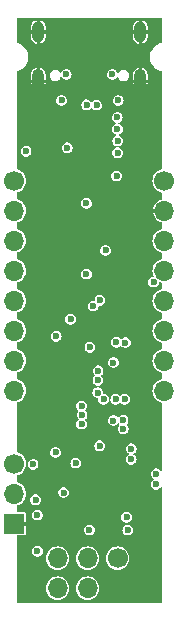
<source format=gbr>
%TF.GenerationSoftware,KiCad,Pcbnew,8.0.5-8.0.5-0~ubuntu24.04.1*%
%TF.CreationDate,2024-10-10T17:44:54+02:00*%
%TF.ProjectId,epi_ESP32_PD,6570695f-4553-4503-9332-5f50442e6b69,1_1*%
%TF.SameCoordinates,Original*%
%TF.FileFunction,Copper,L2,Inr*%
%TF.FilePolarity,Positive*%
%FSLAX46Y46*%
G04 Gerber Fmt 4.6, Leading zero omitted, Abs format (unit mm)*
G04 Created by KiCad (PCBNEW 8.0.5-8.0.5-0~ubuntu24.04.1) date 2024-10-10 17:44:54*
%MOMM*%
%LPD*%
G01*
G04 APERTURE LIST*
%TA.AperFunction,ComponentPad*%
%ADD10C,1.700000*%
%TD*%
%TA.AperFunction,ComponentPad*%
%ADD11O,1.700000X1.700000*%
%TD*%
%TA.AperFunction,ComponentPad*%
%ADD12R,1.700000X1.700000*%
%TD*%
%TA.AperFunction,ComponentPad*%
%ADD13O,1.000000X2.100000*%
%TD*%
%TA.AperFunction,ComponentPad*%
%ADD14O,1.000000X1.800000*%
%TD*%
%TA.AperFunction,ViaPad*%
%ADD15C,0.600000*%
%TD*%
G04 APERTURE END LIST*
D10*
%TO.N,+3.3V*%
%TO.C,J8*%
X97900000Y-71860000D03*
D11*
%TO.N,IO0*%
X97900000Y-74400000D03*
D12*
%TO.N,GND*%
X97900000Y-76940000D03*
%TD*%
D10*
%TO.N,+3.3V*%
%TO.C,J3*%
X110600000Y-47910000D03*
D11*
%TO.N,GND*%
X110600000Y-50450000D03*
%TO.N,+5V*%
X110600000Y-52990000D03*
%TO.N,EN*%
X110600000Y-55530000D03*
%TO.N,BOOT*%
X110600000Y-58070000D03*
%TO.N,IO8*%
X110600000Y-60610000D03*
%TO.N,IO7*%
X110600000Y-63150000D03*
%TO.N,IO6*%
X110600000Y-65690000D03*
%TD*%
D10*
%TO.N,VOUT*%
%TO.C,J7*%
X106640000Y-79860000D03*
D12*
%TO.N,GND*%
X106640000Y-82400000D03*
D11*
%TO.N,B*%
X104100000Y-79860000D03*
%TO.N,IO2_5V*%
X104100000Y-82400000D03*
%TO.N,W*%
X101560000Y-79860000D03*
%TO.N,IO3_5V*%
X101560000Y-82400000D03*
%TD*%
D10*
%TO.N,U0TXD*%
%TO.C,J1*%
X97900000Y-47910000D03*
D11*
%TO.N,U0RXD*%
X97900000Y-50450000D03*
%TO.N,IO0*%
X97900000Y-52990000D03*
%TO.N,IO1*%
X97900000Y-55530000D03*
%TO.N,IO2*%
X97900000Y-58070000D03*
%TO.N,IO3*%
X97900000Y-60610000D03*
%TO.N,IO4*%
X97900000Y-63150000D03*
%TO.N,IO5*%
X97900000Y-65690000D03*
%TD*%
D13*
%TO.N,GND*%
%TO.C,J2*%
X108570000Y-39490000D03*
D14*
X108570000Y-35290000D03*
D13*
X99930000Y-39490000D03*
D14*
X99930000Y-35290000D03*
%TD*%
D15*
%TO.N,+5V*%
X99485839Y-71914161D03*
X104000923Y-49800000D03*
%TO.N,GND*%
X106500000Y-65600000D03*
X100282280Y-64389187D03*
X106600000Y-48500000D03*
X103550000Y-76200000D03*
X102650937Y-63829741D03*
X101316848Y-62744207D03*
X102400000Y-69700000D03*
X102200000Y-62500000D03*
X100627768Y-63433287D03*
X105550923Y-44100000D03*
X106500000Y-64100000D03*
X106500000Y-59300000D03*
X99600000Y-69700000D03*
X106500000Y-64837500D03*
X106300000Y-71000000D03*
X101500000Y-54500000D03*
X104500000Y-72300000D03*
X100279886Y-65179886D03*
X105800000Y-48100000D03*
X100500000Y-54500000D03*
X101650000Y-76200000D03*
X101422885Y-65200000D03*
X102600000Y-76200000D03*
X101900000Y-64300000D03*
%TO.N,+3.3V*%
X104300000Y-62000000D03*
X99857536Y-79278365D03*
X107500000Y-77475000D03*
X103100000Y-71800000D03*
X99700000Y-74900000D03*
X109685840Y-56485840D03*
X105625000Y-53800000D03*
X107117246Y-68906905D03*
%TO.N,IO0*%
X104990839Y-63990839D03*
%TO.N,IO1*%
X104980383Y-64798262D03*
%TO.N,IO2*%
X104974663Y-65828262D03*
X101400000Y-70900000D03*
%TO.N,IO3*%
X103598043Y-66962534D03*
%TO.N,D+*%
X104029766Y-41469726D03*
X106630499Y-43529420D03*
X104581763Y-58507213D03*
%TO.N,D-*%
X104864794Y-41491581D03*
X106618954Y-42541847D03*
X105150922Y-58018785D03*
%TO.N,IO4*%
X103637172Y-67711515D03*
%TO.N,IO8*%
X107232601Y-66400000D03*
%TO.N,IO5*%
X103600000Y-68500000D03*
%TO.N,EN*%
X102667126Y-59632184D03*
X105452598Y-66406258D03*
%TO.N,BOOT*%
X106289882Y-63287499D03*
X101449721Y-61070001D03*
%TO.N,U0TXD*%
X106552903Y-61571365D03*
%TO.N,U0RXD*%
X107302347Y-61600297D03*
%TO.N,IO7*%
X99857536Y-76200511D03*
X106482598Y-66400000D03*
%TO.N,IO6*%
X104262771Y-77462771D03*
X106282978Y-68200000D03*
%TO.N,IO10*%
X105133029Y-70334500D03*
X107107114Y-68156336D03*
%TO.N,IO3_5V*%
X107400000Y-76400000D03*
%TO.N,IO2_5V*%
X102080000Y-74300000D03*
%TO.N,VOUT*%
X109900000Y-73600000D03*
X109900000Y-72700000D03*
%TO.N,Net-(JP1-B)*%
X106641583Y-45518323D03*
%TO.N,Net-(JP2-B)*%
X106654785Y-44506062D03*
%TO.N,Net-(JP3-A)*%
X102375000Y-45100000D03*
%TO.N,VIN*%
X106200000Y-38900000D03*
X102300000Y-38900000D03*
X106700000Y-41100000D03*
X101900000Y-41100000D03*
X104000000Y-55800000D03*
X107800000Y-71487500D03*
X107800000Y-70587500D03*
X98900000Y-45400000D03*
X106554676Y-47488645D03*
%TD*%
%TA.AperFunction,Conductor*%
%TO.N,GND*%
G36*
X101400000Y-42400000D02*
G01*
X98090941Y-42400000D01*
X98090641Y-39700000D01*
X101400000Y-39700000D01*
X101400000Y-42400000D01*
G37*
%TD.AperFunction*%
%TD*%
%TA.AperFunction,Conductor*%
%TO.N,GND*%
G36*
X110390087Y-41100000D02*
G01*
X110390374Y-42400000D01*
X107200000Y-42400000D01*
X107200000Y-39700000D01*
X110389779Y-39700000D01*
X110390087Y-41100000D01*
G37*
%TD.AperFunction*%
%TD*%
%TA.AperFunction,Conductor*%
%TO.N,GND*%
G36*
X107900000Y-83600000D02*
G01*
X105400000Y-83600000D01*
X105400000Y-81300000D01*
X107900000Y-81300000D01*
X107900000Y-83600000D01*
G37*
%TD.AperFunction*%
%TD*%
%TA.AperFunction,Conductor*%
%TO.N,GND*%
G36*
X101624867Y-74300000D02*
G01*
X101643302Y-74428225D01*
X101669686Y-74485996D01*
X101697118Y-74546063D01*
X101781951Y-74643967D01*
X101890931Y-74714004D01*
X102015225Y-74750499D01*
X102015227Y-74750500D01*
X102015228Y-74750500D01*
X102144773Y-74750500D01*
X102144773Y-74750499D01*
X102269069Y-74714004D01*
X102378049Y-74643967D01*
X102462882Y-74546063D01*
X102516697Y-74428226D01*
X102535133Y-74300000D01*
X102520755Y-74200000D01*
X105300000Y-74200000D01*
X105300000Y-76200000D01*
X100400000Y-76200000D01*
X100400000Y-74200000D01*
X101639244Y-74200000D01*
X101624867Y-74300000D01*
G37*
%TD.AperFunction*%
%TD*%
%TA.AperFunction,Conductor*%
%TO.N,GND*%
G36*
X110370755Y-34119245D02*
G01*
X110389500Y-34164500D01*
X110389500Y-36195705D01*
X110370755Y-36240960D01*
X110336615Y-36258732D01*
X110278093Y-36269052D01*
X110278088Y-36269053D01*
X110080702Y-36340896D01*
X109990035Y-36393243D01*
X109898777Y-36445931D01*
X109898776Y-36445932D01*
X109898769Y-36445936D01*
X109737861Y-36580954D01*
X109737854Y-36580961D01*
X109602836Y-36741869D01*
X109602832Y-36741875D01*
X109602831Y-36741877D01*
X109602815Y-36741905D01*
X109497796Y-36923802D01*
X109425954Y-37121186D01*
X109425953Y-37121190D01*
X109425952Y-37121194D01*
X109389475Y-37328068D01*
X109389475Y-37538132D01*
X109425952Y-37745006D01*
X109425953Y-37745010D01*
X109425954Y-37745013D01*
X109497796Y-37942397D01*
X109497799Y-37942402D01*
X109602831Y-38124323D01*
X109602834Y-38124326D01*
X109602836Y-38124330D01*
X109737854Y-38285238D01*
X109737861Y-38285245D01*
X109898769Y-38420263D01*
X109898771Y-38420264D01*
X109898777Y-38420269D01*
X110080698Y-38525301D01*
X110080699Y-38525301D01*
X110080702Y-38525303D01*
X110165135Y-38556034D01*
X110278094Y-38597148D01*
X110334822Y-38607150D01*
X110336664Y-38607475D01*
X110377976Y-38633794D01*
X110389551Y-38670489D01*
X110389778Y-39700000D01*
X109200000Y-39700000D01*
X109200000Y-39640000D01*
X108870000Y-39640000D01*
X108870000Y-39340000D01*
X109200000Y-39340000D01*
X109200000Y-38877947D01*
X109175790Y-38756240D01*
X109175789Y-38756238D01*
X109128298Y-38641582D01*
X109059353Y-38538399D01*
X108971600Y-38450646D01*
X108868417Y-38381701D01*
X108753760Y-38334209D01*
X108720000Y-38327493D01*
X108720000Y-38680191D01*
X108685796Y-38660444D01*
X108609496Y-38640000D01*
X108530504Y-38640000D01*
X108454204Y-38660444D01*
X108420000Y-38680191D01*
X108420000Y-38327494D01*
X108419999Y-38327493D01*
X108386239Y-38334209D01*
X108271582Y-38381701D01*
X108168399Y-38450646D01*
X108080646Y-38538399D01*
X108011701Y-38641582D01*
X107964210Y-38756238D01*
X107964209Y-38756240D01*
X107940000Y-38877947D01*
X107940000Y-39340000D01*
X108270000Y-39340000D01*
X108270000Y-39640000D01*
X107940000Y-39640000D01*
X107940000Y-39700000D01*
X107200000Y-39700000D01*
X107200000Y-42400000D01*
X110390373Y-42400000D01*
X110391360Y-46880289D01*
X110372625Y-46925548D01*
X110345939Y-46941547D01*
X110215269Y-46981187D01*
X110041466Y-47074087D01*
X110041461Y-47074090D01*
X109889117Y-47199116D01*
X109889116Y-47199117D01*
X109764090Y-47351461D01*
X109764087Y-47351466D01*
X109671187Y-47525269D01*
X109613975Y-47713867D01*
X109594659Y-47910000D01*
X109613975Y-48106132D01*
X109671187Y-48294730D01*
X109764087Y-48468533D01*
X109764090Y-48468538D01*
X109889117Y-48620883D01*
X110041462Y-48745910D01*
X110041466Y-48745912D01*
X110215270Y-48838813D01*
X110215272Y-48838813D01*
X110215273Y-48838814D01*
X110346392Y-48878588D01*
X110384257Y-48909662D01*
X110391814Y-48939818D01*
X110391924Y-49441541D01*
X110373189Y-49486800D01*
X110346503Y-49502799D01*
X110223152Y-49540218D01*
X110052911Y-49631214D01*
X110052906Y-49631217D01*
X109903682Y-49753681D01*
X109903681Y-49753682D01*
X109781217Y-49902906D01*
X109781214Y-49902911D01*
X109690217Y-50073155D01*
X109690214Y-50073160D01*
X109634181Y-50257881D01*
X109634179Y-50257889D01*
X109630031Y-50299999D01*
X109630032Y-50300000D01*
X110122555Y-50300000D01*
X110100000Y-50384174D01*
X110100000Y-50515826D01*
X110122555Y-50600000D01*
X109630032Y-50600000D01*
X109634179Y-50642110D01*
X109634181Y-50642118D01*
X109690214Y-50826839D01*
X109690217Y-50826844D01*
X109781214Y-50997088D01*
X109781217Y-50997093D01*
X109903681Y-51146317D01*
X109903682Y-51146318D01*
X110052906Y-51268782D01*
X110052910Y-51268785D01*
X110223160Y-51359784D01*
X110346946Y-51397334D01*
X110384811Y-51428408D01*
X110392368Y-51458564D01*
X110392479Y-51959951D01*
X110373744Y-52005210D01*
X110347058Y-52021209D01*
X110215269Y-52061187D01*
X110041466Y-52154087D01*
X110041461Y-52154090D01*
X109889117Y-52279116D01*
X109889116Y-52279117D01*
X109764090Y-52431461D01*
X109764087Y-52431466D01*
X109671187Y-52605269D01*
X109613975Y-52793867D01*
X109594659Y-52990000D01*
X109613975Y-53186132D01*
X109671187Y-53374730D01*
X109764087Y-53548533D01*
X109764090Y-53548538D01*
X109889117Y-53700883D01*
X110041462Y-53825910D01*
X110041466Y-53825912D01*
X110215270Y-53918813D01*
X110215272Y-53918813D01*
X110215273Y-53918814D01*
X110347511Y-53958928D01*
X110385376Y-53990003D01*
X110392933Y-54020158D01*
X110393039Y-54499780D01*
X110374304Y-54545039D01*
X110347618Y-54561038D01*
X110215269Y-54601187D01*
X110041466Y-54694087D01*
X110041461Y-54694090D01*
X109889117Y-54819116D01*
X109889116Y-54819117D01*
X109764090Y-54971461D01*
X109764087Y-54971466D01*
X109671187Y-55145269D01*
X109613975Y-55333867D01*
X109594659Y-55530000D01*
X109613975Y-55726132D01*
X109671187Y-55914730D01*
X109685320Y-55941171D01*
X109690121Y-55989919D01*
X109659046Y-56027783D01*
X109628877Y-56035340D01*
X109621068Y-56035340D01*
X109496771Y-56071836D01*
X109496769Y-56071836D01*
X109387791Y-56141872D01*
X109387789Y-56141874D01*
X109302958Y-56239776D01*
X109302956Y-56239779D01*
X109249143Y-56357611D01*
X109230707Y-56485840D01*
X109249143Y-56614068D01*
X109302956Y-56731900D01*
X109302958Y-56731903D01*
X109387791Y-56829807D01*
X109496771Y-56899844D01*
X109621068Y-56936340D01*
X109621069Y-56936340D01*
X109750611Y-56936340D01*
X109750612Y-56936340D01*
X109874909Y-56899844D01*
X109983889Y-56829807D01*
X110068722Y-56731903D01*
X110122537Y-56614066D01*
X110137195Y-56512116D01*
X110162189Y-56469991D01*
X110209651Y-56457877D01*
X110219121Y-56459982D01*
X110294134Y-56482736D01*
X110348072Y-56499097D01*
X110385936Y-56530171D01*
X110393493Y-56560327D01*
X110393598Y-57039610D01*
X110374863Y-57084869D01*
X110348177Y-57100868D01*
X110215269Y-57141187D01*
X110041466Y-57234087D01*
X110041461Y-57234090D01*
X109889117Y-57359116D01*
X109889116Y-57359117D01*
X109764090Y-57511461D01*
X109764087Y-57511466D01*
X109671187Y-57685269D01*
X109613975Y-57873867D01*
X109594659Y-58070000D01*
X109613975Y-58266132D01*
X109671187Y-58454730D01*
X109764087Y-58628533D01*
X109764090Y-58628538D01*
X109889117Y-58780883D01*
X110041462Y-58905910D01*
X110070099Y-58921217D01*
X110215272Y-58998814D01*
X110215277Y-58998816D01*
X110297239Y-59023678D01*
X110348631Y-59039267D01*
X110386496Y-59070341D01*
X110394053Y-59100497D01*
X110394158Y-59579441D01*
X110375423Y-59624700D01*
X110348737Y-59640699D01*
X110215269Y-59681187D01*
X110041466Y-59774087D01*
X110041461Y-59774090D01*
X109889117Y-59899116D01*
X109889116Y-59899117D01*
X109764090Y-60051461D01*
X109764087Y-60051466D01*
X109671187Y-60225269D01*
X109613975Y-60413867D01*
X109594659Y-60610000D01*
X109613975Y-60806132D01*
X109671187Y-60994730D01*
X109764087Y-61168533D01*
X109764090Y-61168538D01*
X109885159Y-61316061D01*
X109889117Y-61320883D01*
X110041462Y-61445910D01*
X110041466Y-61445912D01*
X110215270Y-61538813D01*
X110215272Y-61538813D01*
X110215273Y-61538814D01*
X110349190Y-61579437D01*
X110387055Y-61610512D01*
X110394612Y-61640667D01*
X110394718Y-62119272D01*
X110375983Y-62164531D01*
X110349297Y-62180529D01*
X110284939Y-62200052D01*
X110215269Y-62221187D01*
X110041466Y-62314087D01*
X110041461Y-62314090D01*
X109889117Y-62439116D01*
X109889116Y-62439117D01*
X109764090Y-62591461D01*
X109764087Y-62591466D01*
X109671187Y-62765269D01*
X109613975Y-62953867D01*
X109594659Y-63150000D01*
X109613975Y-63346132D01*
X109671187Y-63534730D01*
X109764087Y-63708533D01*
X109764090Y-63708538D01*
X109889117Y-63860883D01*
X110041462Y-63985910D01*
X110041466Y-63985912D01*
X110215270Y-64078813D01*
X110215272Y-64078813D01*
X110215273Y-64078814D01*
X110349750Y-64119607D01*
X110387615Y-64150682D01*
X110395172Y-64180837D01*
X110395277Y-64659101D01*
X110376542Y-64704360D01*
X110349856Y-64720359D01*
X110215269Y-64761187D01*
X110041466Y-64854087D01*
X110041461Y-64854090D01*
X109889117Y-64979116D01*
X109889116Y-64979117D01*
X109764090Y-65131461D01*
X109764087Y-65131466D01*
X109671187Y-65305269D01*
X109613975Y-65493867D01*
X109594659Y-65690000D01*
X109613975Y-65886132D01*
X109671187Y-66074730D01*
X109764087Y-66248533D01*
X109764090Y-66248538D01*
X109889116Y-66400882D01*
X109889117Y-66400883D01*
X110041461Y-66525909D01*
X110041465Y-66525912D01*
X110083781Y-66548530D01*
X110215273Y-66618814D01*
X110215275Y-66618814D01*
X110215278Y-66618816D01*
X110301967Y-66645112D01*
X110350309Y-66659776D01*
X110388175Y-66690850D01*
X110395732Y-66721006D01*
X110396986Y-72414016D01*
X110378251Y-72459275D01*
X110333000Y-72478030D01*
X110287741Y-72459295D01*
X110284618Y-72455941D01*
X110252204Y-72418533D01*
X110198049Y-72356033D01*
X110198048Y-72356032D01*
X110089069Y-72285996D01*
X109964772Y-72249500D01*
X109835228Y-72249500D01*
X109710931Y-72285996D01*
X109710929Y-72285996D01*
X109601951Y-72356032D01*
X109601949Y-72356034D01*
X109517118Y-72453936D01*
X109517116Y-72453939D01*
X109463303Y-72571771D01*
X109444867Y-72700000D01*
X109463303Y-72828228D01*
X109517116Y-72946060D01*
X109517118Y-72946063D01*
X109601949Y-73043965D01*
X109601951Y-73043967D01*
X109683165Y-73096160D01*
X109711101Y-73136396D01*
X109702404Y-73184601D01*
X109683165Y-73203840D01*
X109601951Y-73256032D01*
X109601949Y-73256034D01*
X109517118Y-73353936D01*
X109517116Y-73353939D01*
X109463303Y-73471771D01*
X109444867Y-73600000D01*
X109463303Y-73728228D01*
X109517116Y-73846060D01*
X109517118Y-73846063D01*
X109601951Y-73943967D01*
X109710931Y-74014004D01*
X109835228Y-74050500D01*
X109835229Y-74050500D01*
X109964771Y-74050500D01*
X109964772Y-74050500D01*
X110089069Y-74014004D01*
X110198049Y-73943967D01*
X110282882Y-73846063D01*
X110282882Y-73846062D01*
X110284943Y-73843684D01*
X110328745Y-73821758D01*
X110375222Y-73837227D01*
X110397148Y-73881029D01*
X110397311Y-73885581D01*
X110397941Y-76743965D01*
X110399377Y-83262805D01*
X110399442Y-83555486D01*
X110380707Y-83600745D01*
X110335456Y-83619500D01*
X98159506Y-83619500D01*
X98114251Y-83600755D01*
X98113938Y-83600000D01*
X105400000Y-83600000D01*
X107900000Y-83600000D01*
X107900000Y-81300000D01*
X105400000Y-81300000D01*
X105400000Y-83600000D01*
X98113938Y-83600000D01*
X98095506Y-83555507D01*
X98095378Y-82400000D01*
X100554659Y-82400000D01*
X100573975Y-82596132D01*
X100631187Y-82784730D01*
X100724087Y-82958533D01*
X100724090Y-82958538D01*
X100849117Y-83110883D01*
X101001462Y-83235910D01*
X101175273Y-83328814D01*
X101363868Y-83386024D01*
X101363866Y-83386024D01*
X101396142Y-83389202D01*
X101560000Y-83405341D01*
X101756132Y-83386024D01*
X101944727Y-83328814D01*
X102118538Y-83235910D01*
X102270883Y-83110883D01*
X102395910Y-82958538D01*
X102488814Y-82784727D01*
X102546024Y-82596132D01*
X102565341Y-82400000D01*
X103094659Y-82400000D01*
X103113975Y-82596132D01*
X103171187Y-82784730D01*
X103264087Y-82958533D01*
X103264090Y-82958538D01*
X103389117Y-83110883D01*
X103541462Y-83235910D01*
X103715273Y-83328814D01*
X103903868Y-83386024D01*
X103903866Y-83386024D01*
X103936142Y-83389202D01*
X104100000Y-83405341D01*
X104296132Y-83386024D01*
X104484727Y-83328814D01*
X104658538Y-83235910D01*
X104810883Y-83110883D01*
X104935910Y-82958538D01*
X105028814Y-82784727D01*
X105086024Y-82596132D01*
X105105341Y-82400000D01*
X105086024Y-82203868D01*
X105028814Y-82015273D01*
X105020597Y-81999901D01*
X104935912Y-81841466D01*
X104935909Y-81841461D01*
X104810883Y-81689117D01*
X104810882Y-81689116D01*
X104658538Y-81564090D01*
X104658533Y-81564087D01*
X104484730Y-81471187D01*
X104296131Y-81413975D01*
X104296133Y-81413975D01*
X104100000Y-81394659D01*
X103903867Y-81413975D01*
X103715269Y-81471187D01*
X103541466Y-81564087D01*
X103541461Y-81564090D01*
X103389117Y-81689116D01*
X103389116Y-81689117D01*
X103264090Y-81841461D01*
X103264087Y-81841466D01*
X103171187Y-82015269D01*
X103113975Y-82203867D01*
X103094659Y-82400000D01*
X102565341Y-82400000D01*
X102546024Y-82203868D01*
X102488814Y-82015273D01*
X102480597Y-81999901D01*
X102395912Y-81841466D01*
X102395909Y-81841461D01*
X102270883Y-81689117D01*
X102270882Y-81689116D01*
X102118538Y-81564090D01*
X102118533Y-81564087D01*
X101944730Y-81471187D01*
X101756131Y-81413975D01*
X101756133Y-81413975D01*
X101560000Y-81394659D01*
X101363867Y-81413975D01*
X101175269Y-81471187D01*
X101001466Y-81564087D01*
X101001461Y-81564090D01*
X100849117Y-81689116D01*
X100849116Y-81689117D01*
X100724090Y-81841461D01*
X100724087Y-81841466D01*
X100631187Y-82015269D01*
X100573975Y-82203867D01*
X100554659Y-82400000D01*
X98095378Y-82400000D01*
X98095278Y-81499274D01*
X98095096Y-79860000D01*
X100554659Y-79860000D01*
X100573975Y-80056132D01*
X100631187Y-80244730D01*
X100724087Y-80418533D01*
X100724090Y-80418538D01*
X100849117Y-80570883D01*
X101001462Y-80695910D01*
X101175273Y-80788814D01*
X101363868Y-80846024D01*
X101363866Y-80846024D01*
X101396142Y-80849202D01*
X101560000Y-80865341D01*
X101756132Y-80846024D01*
X101944727Y-80788814D01*
X102118538Y-80695910D01*
X102270883Y-80570883D01*
X102395910Y-80418538D01*
X102488814Y-80244727D01*
X102546024Y-80056132D01*
X102565341Y-79860000D01*
X103094659Y-79860000D01*
X103113975Y-80056132D01*
X103171187Y-80244730D01*
X103264087Y-80418533D01*
X103264090Y-80418538D01*
X103389117Y-80570883D01*
X103541462Y-80695910D01*
X103715273Y-80788814D01*
X103903868Y-80846024D01*
X103903866Y-80846024D01*
X103936142Y-80849202D01*
X104100000Y-80865341D01*
X104296132Y-80846024D01*
X104484727Y-80788814D01*
X104658538Y-80695910D01*
X104810883Y-80570883D01*
X104935910Y-80418538D01*
X105028814Y-80244727D01*
X105086024Y-80056132D01*
X105105341Y-79860000D01*
X105634659Y-79860000D01*
X105653975Y-80056132D01*
X105711187Y-80244730D01*
X105804087Y-80418533D01*
X105804090Y-80418538D01*
X105929117Y-80570883D01*
X106081462Y-80695910D01*
X106255273Y-80788814D01*
X106443868Y-80846024D01*
X106443866Y-80846024D01*
X106476142Y-80849202D01*
X106640000Y-80865341D01*
X106836132Y-80846024D01*
X107024727Y-80788814D01*
X107198538Y-80695910D01*
X107350883Y-80570883D01*
X107475910Y-80418538D01*
X107568814Y-80244727D01*
X107626024Y-80056132D01*
X107645341Y-79860000D01*
X107626024Y-79663868D01*
X107568814Y-79475273D01*
X107475910Y-79301462D01*
X107350883Y-79149117D01*
X107198538Y-79024090D01*
X107198533Y-79024087D01*
X107024730Y-78931187D01*
X106836131Y-78873975D01*
X106836133Y-78873975D01*
X106640000Y-78854659D01*
X106443867Y-78873975D01*
X106255269Y-78931187D01*
X106081466Y-79024087D01*
X106081461Y-79024090D01*
X105929117Y-79149116D01*
X105929116Y-79149117D01*
X105804090Y-79301461D01*
X105804087Y-79301466D01*
X105711187Y-79475269D01*
X105653975Y-79663867D01*
X105634659Y-79860000D01*
X105105341Y-79860000D01*
X105086024Y-79663868D01*
X105028814Y-79475273D01*
X104935910Y-79301462D01*
X104810883Y-79149117D01*
X104658538Y-79024090D01*
X104658533Y-79024087D01*
X104484730Y-78931187D01*
X104296131Y-78873975D01*
X104296133Y-78873975D01*
X104100000Y-78854659D01*
X103903867Y-78873975D01*
X103715269Y-78931187D01*
X103541466Y-79024087D01*
X103541461Y-79024090D01*
X103389117Y-79149116D01*
X103389116Y-79149117D01*
X103264090Y-79301461D01*
X103264087Y-79301466D01*
X103171187Y-79475269D01*
X103113975Y-79663867D01*
X103094659Y-79860000D01*
X102565341Y-79860000D01*
X102546024Y-79663868D01*
X102488814Y-79475273D01*
X102395910Y-79301462D01*
X102270883Y-79149117D01*
X102118538Y-79024090D01*
X102118533Y-79024087D01*
X101944730Y-78931187D01*
X101756131Y-78873975D01*
X101756133Y-78873975D01*
X101560000Y-78854659D01*
X101363867Y-78873975D01*
X101175269Y-78931187D01*
X101001466Y-79024087D01*
X101001461Y-79024090D01*
X100849117Y-79149116D01*
X100849116Y-79149117D01*
X100724090Y-79301461D01*
X100724087Y-79301466D01*
X100631187Y-79475269D01*
X100573975Y-79663867D01*
X100554659Y-79860000D01*
X98095096Y-79860000D01*
X98095031Y-79278365D01*
X99402403Y-79278365D01*
X99420839Y-79406593D01*
X99474652Y-79524425D01*
X99474654Y-79524428D01*
X99559487Y-79622332D01*
X99668467Y-79692369D01*
X99792764Y-79728865D01*
X99792765Y-79728865D01*
X99922307Y-79728865D01*
X99922308Y-79728865D01*
X100046605Y-79692369D01*
X100155585Y-79622332D01*
X100240418Y-79524428D01*
X100294233Y-79406591D01*
X100312669Y-79278365D01*
X100294233Y-79150139D01*
X100293766Y-79149117D01*
X100240419Y-79032304D01*
X100240417Y-79032301D01*
X100155586Y-78934399D01*
X100155584Y-78934397D01*
X100046605Y-78864361D01*
X100013562Y-78854659D01*
X99922308Y-78827865D01*
X99792764Y-78827865D01*
X99668467Y-78864361D01*
X99668465Y-78864361D01*
X99559487Y-78934397D01*
X99559485Y-78934399D01*
X99474654Y-79032301D01*
X99474652Y-79032304D01*
X99420839Y-79150136D01*
X99402403Y-79278365D01*
X98095031Y-79278365D01*
X98094887Y-77984006D01*
X98113627Y-77938750D01*
X98158880Y-77920000D01*
X98762805Y-77920000D01*
X98800723Y-77912456D01*
X98800725Y-77912455D01*
X98843722Y-77883726D01*
X98843726Y-77883722D01*
X98872455Y-77840725D01*
X98872456Y-77840723D01*
X98880000Y-77802805D01*
X98880000Y-77462771D01*
X103807638Y-77462771D01*
X103826074Y-77590999D01*
X103879887Y-77708831D01*
X103879889Y-77708834D01*
X103964722Y-77806738D01*
X104073702Y-77876775D01*
X104197999Y-77913271D01*
X104198000Y-77913271D01*
X104327542Y-77913271D01*
X104327543Y-77913271D01*
X104451840Y-77876775D01*
X104560820Y-77806738D01*
X104645653Y-77708834D01*
X104699468Y-77590997D01*
X104716146Y-77475000D01*
X107044867Y-77475000D01*
X107063303Y-77603228D01*
X107117116Y-77721060D01*
X107117118Y-77721063D01*
X107191354Y-77806738D01*
X107201951Y-77818967D01*
X107310931Y-77889004D01*
X107435228Y-77925500D01*
X107435229Y-77925500D01*
X107564771Y-77925500D01*
X107564772Y-77925500D01*
X107689069Y-77889004D01*
X107798049Y-77818967D01*
X107882882Y-77721063D01*
X107936697Y-77603226D01*
X107955133Y-77475000D01*
X107936697Y-77346774D01*
X107891134Y-77247007D01*
X107882883Y-77228939D01*
X107882881Y-77228936D01*
X107798050Y-77131034D01*
X107798048Y-77131032D01*
X107689069Y-77060996D01*
X107564772Y-77024500D01*
X107435228Y-77024500D01*
X107310931Y-77060996D01*
X107310929Y-77060996D01*
X107201951Y-77131032D01*
X107201949Y-77131034D01*
X107117118Y-77228936D01*
X107117116Y-77228939D01*
X107063303Y-77346771D01*
X107044867Y-77475000D01*
X104716146Y-77475000D01*
X104717904Y-77462771D01*
X104699468Y-77334545D01*
X104651237Y-77228936D01*
X104645654Y-77216710D01*
X104645652Y-77216707D01*
X104560821Y-77118805D01*
X104560819Y-77118803D01*
X104451840Y-77048767D01*
X104327543Y-77012271D01*
X104197999Y-77012271D01*
X104073702Y-77048767D01*
X104073700Y-77048767D01*
X103964722Y-77118803D01*
X103964720Y-77118805D01*
X103879889Y-77216707D01*
X103879887Y-77216710D01*
X103826074Y-77334542D01*
X103807638Y-77462771D01*
X98880000Y-77462771D01*
X98880000Y-77090000D01*
X98377445Y-77090000D01*
X98400000Y-77005826D01*
X98400000Y-76874174D01*
X98377445Y-76790000D01*
X98880000Y-76790000D01*
X98880000Y-76200511D01*
X99402403Y-76200511D01*
X99420839Y-76328739D01*
X99474652Y-76446571D01*
X99474654Y-76446574D01*
X99545406Y-76528228D01*
X99559487Y-76544478D01*
X99668467Y-76614515D01*
X99792764Y-76651011D01*
X99792765Y-76651011D01*
X99922307Y-76651011D01*
X99922308Y-76651011D01*
X100046605Y-76614515D01*
X100155585Y-76544478D01*
X100240418Y-76446574D01*
X100261688Y-76400000D01*
X106944867Y-76400000D01*
X106963303Y-76528228D01*
X107017116Y-76646060D01*
X107017118Y-76646063D01*
X107101951Y-76743967D01*
X107210931Y-76814004D01*
X107335228Y-76850500D01*
X107335229Y-76850500D01*
X107464771Y-76850500D01*
X107464772Y-76850500D01*
X107589069Y-76814004D01*
X107698049Y-76743967D01*
X107782882Y-76646063D01*
X107836697Y-76528226D01*
X107855133Y-76400000D01*
X107836697Y-76271774D01*
X107782882Y-76153937D01*
X107698049Y-76056033D01*
X107698048Y-76056032D01*
X107589069Y-75985996D01*
X107464772Y-75949500D01*
X107335228Y-75949500D01*
X107210931Y-75985996D01*
X107210929Y-75985996D01*
X107101951Y-76056032D01*
X107101949Y-76056034D01*
X107017118Y-76153936D01*
X107017116Y-76153939D01*
X106963303Y-76271771D01*
X106944867Y-76400000D01*
X100261688Y-76400000D01*
X100294233Y-76328737D01*
X100312669Y-76200511D01*
X100294233Y-76072285D01*
X100286811Y-76056034D01*
X100240419Y-75954450D01*
X100240417Y-75954447D01*
X100236130Y-75949500D01*
X100155585Y-75856544D01*
X100155584Y-75856543D01*
X100046605Y-75786507D01*
X99922308Y-75750011D01*
X99792764Y-75750011D01*
X99668467Y-75786507D01*
X99668465Y-75786507D01*
X99559487Y-75856543D01*
X99559485Y-75856545D01*
X99474654Y-75954447D01*
X99474652Y-75954450D01*
X99420839Y-76072282D01*
X99402403Y-76200511D01*
X98880000Y-76200511D01*
X98880000Y-76077194D01*
X98872456Y-76039276D01*
X98872455Y-76039274D01*
X98843726Y-75996277D01*
X98843722Y-75996273D01*
X98800725Y-75967544D01*
X98800723Y-75967543D01*
X98762805Y-75960000D01*
X98158656Y-75960000D01*
X98113401Y-75941255D01*
X98094656Y-75896007D01*
X98094604Y-75433960D01*
X98113344Y-75388703D01*
X98140026Y-75372709D01*
X98213238Y-75350500D01*
X98284727Y-75328814D01*
X98458538Y-75235910D01*
X98610883Y-75110883D01*
X98735910Y-74958538D01*
X98767199Y-74900000D01*
X99244867Y-74900000D01*
X99263303Y-75028228D01*
X99317116Y-75146060D01*
X99317118Y-75146063D01*
X99394969Y-75235910D01*
X99401951Y-75243967D01*
X99510931Y-75314004D01*
X99635228Y-75350500D01*
X99635229Y-75350500D01*
X99764771Y-75350500D01*
X99764772Y-75350500D01*
X99889069Y-75314004D01*
X99998049Y-75243967D01*
X100082882Y-75146063D01*
X100136697Y-75028226D01*
X100155133Y-74900000D01*
X100136697Y-74771774D01*
X100126981Y-74750500D01*
X100082883Y-74653939D01*
X100082881Y-74653936D01*
X99998050Y-74556034D01*
X99998048Y-74556032D01*
X99889069Y-74485996D01*
X99764772Y-74449500D01*
X99635228Y-74449500D01*
X99510931Y-74485996D01*
X99510929Y-74485996D01*
X99401951Y-74556032D01*
X99401949Y-74556034D01*
X99317118Y-74653936D01*
X99317116Y-74653939D01*
X99263303Y-74771771D01*
X99244867Y-74900000D01*
X98767199Y-74900000D01*
X98828814Y-74784727D01*
X98886024Y-74596132D01*
X98905341Y-74400000D01*
X98886024Y-74203868D01*
X98884851Y-74200000D01*
X100400000Y-74200000D01*
X100400000Y-76200000D01*
X105300000Y-76200000D01*
X105300000Y-74200000D01*
X102520755Y-74200000D01*
X102516697Y-74171774D01*
X102462882Y-74053937D01*
X102378049Y-73956033D01*
X102378048Y-73956032D01*
X102269069Y-73885996D01*
X102267656Y-73885581D01*
X102144772Y-73849500D01*
X102015228Y-73849500D01*
X101890931Y-73885996D01*
X101890929Y-73885996D01*
X101781951Y-73956032D01*
X101781949Y-73956034D01*
X101697118Y-74053936D01*
X101697116Y-74053939D01*
X101643303Y-74171771D01*
X101639244Y-74200000D01*
X100400000Y-74200000D01*
X98884851Y-74200000D01*
X98876287Y-74171771D01*
X98840543Y-74053939D01*
X98828814Y-74015273D01*
X98735910Y-73841462D01*
X98610883Y-73689117D01*
X98458538Y-73564090D01*
X98458533Y-73564087D01*
X98284729Y-73471186D01*
X98186685Y-73441445D01*
X98139796Y-73427221D01*
X98101932Y-73396147D01*
X98094375Y-73365987D01*
X98094323Y-72894044D01*
X98113063Y-72848788D01*
X98139745Y-72832794D01*
X98154797Y-72828228D01*
X98284727Y-72788814D01*
X98458538Y-72695910D01*
X98610883Y-72570883D01*
X98735910Y-72418538D01*
X98828814Y-72244727D01*
X98886024Y-72056132D01*
X98900007Y-71914161D01*
X99030706Y-71914161D01*
X99049142Y-72042389D01*
X99102955Y-72160221D01*
X99102957Y-72160224D01*
X99187790Y-72258128D01*
X99296770Y-72328165D01*
X99421067Y-72364661D01*
X99421068Y-72364661D01*
X99550610Y-72364661D01*
X99550611Y-72364661D01*
X99674908Y-72328165D01*
X99783888Y-72258128D01*
X99868721Y-72160224D01*
X99922536Y-72042387D01*
X99940972Y-71914161D01*
X99924558Y-71800000D01*
X102644867Y-71800000D01*
X102663303Y-71928228D01*
X102717116Y-72046060D01*
X102717118Y-72046063D01*
X102801951Y-72143967D01*
X102910931Y-72214004D01*
X103035228Y-72250500D01*
X103035229Y-72250500D01*
X103164771Y-72250500D01*
X103164772Y-72250500D01*
X103289069Y-72214004D01*
X103398049Y-72143967D01*
X103482882Y-72046063D01*
X103536697Y-71928226D01*
X103555133Y-71800000D01*
X103536697Y-71671774D01*
X103535018Y-71668098D01*
X103482883Y-71553939D01*
X103482881Y-71553936D01*
X103398050Y-71456034D01*
X103398048Y-71456032D01*
X103289069Y-71385996D01*
X103164772Y-71349500D01*
X103035228Y-71349500D01*
X102910931Y-71385996D01*
X102910929Y-71385996D01*
X102801951Y-71456032D01*
X102801949Y-71456034D01*
X102717118Y-71553936D01*
X102717116Y-71553939D01*
X102663303Y-71671771D01*
X102644867Y-71800000D01*
X99924558Y-71800000D01*
X99922536Y-71785935D01*
X99870398Y-71671771D01*
X99868722Y-71668100D01*
X99868720Y-71668097D01*
X99783889Y-71570195D01*
X99783887Y-71570193D01*
X99674908Y-71500157D01*
X99631801Y-71487500D01*
X99550611Y-71463661D01*
X99421067Y-71463661D01*
X99296770Y-71500157D01*
X99296768Y-71500157D01*
X99187790Y-71570193D01*
X99187788Y-71570195D01*
X99102957Y-71668097D01*
X99102955Y-71668100D01*
X99049142Y-71785932D01*
X99030706Y-71914161D01*
X98900007Y-71914161D01*
X98905341Y-71860000D01*
X98886024Y-71663868D01*
X98828814Y-71475273D01*
X98818529Y-71456032D01*
X98735912Y-71301466D01*
X98735909Y-71301461D01*
X98610883Y-71149117D01*
X98610882Y-71149116D01*
X98458538Y-71024090D01*
X98458533Y-71024087D01*
X98284729Y-70931186D01*
X98181922Y-70900000D01*
X100944867Y-70900000D01*
X100963303Y-71028228D01*
X101017116Y-71146060D01*
X101017118Y-71146063D01*
X101099760Y-71241439D01*
X101101951Y-71243967D01*
X101210931Y-71314004D01*
X101335228Y-71350500D01*
X101335229Y-71350500D01*
X101464771Y-71350500D01*
X101464772Y-71350500D01*
X101589069Y-71314004D01*
X101698049Y-71243967D01*
X101782882Y-71146063D01*
X101836697Y-71028226D01*
X101855133Y-70900000D01*
X101836697Y-70771774D01*
X101826069Y-70748503D01*
X101782883Y-70653939D01*
X101782881Y-70653936D01*
X101698050Y-70556034D01*
X101698048Y-70556032D01*
X101589069Y-70485996D01*
X101464772Y-70449500D01*
X101335228Y-70449500D01*
X101210931Y-70485996D01*
X101210929Y-70485996D01*
X101101951Y-70556032D01*
X101101949Y-70556034D01*
X101017118Y-70653936D01*
X101017116Y-70653939D01*
X100963303Y-70771771D01*
X100944867Y-70900000D01*
X98181922Y-70900000D01*
X98139515Y-70887136D01*
X98101650Y-70856061D01*
X98094093Y-70825901D01*
X98094038Y-70334500D01*
X104677896Y-70334500D01*
X104696332Y-70462728D01*
X104750145Y-70580560D01*
X104750147Y-70580563D01*
X104813726Y-70653939D01*
X104834980Y-70678467D01*
X104943960Y-70748504D01*
X105068257Y-70785000D01*
X105068258Y-70785000D01*
X105197800Y-70785000D01*
X105197801Y-70785000D01*
X105322098Y-70748504D01*
X105431078Y-70678467D01*
X105509900Y-70587500D01*
X107344867Y-70587500D01*
X107363303Y-70715728D01*
X107417116Y-70833560D01*
X107417118Y-70833563D01*
X107501949Y-70931465D01*
X107501951Y-70931467D01*
X107583165Y-70983660D01*
X107611101Y-71023896D01*
X107602404Y-71072101D01*
X107583165Y-71091340D01*
X107501951Y-71143532D01*
X107501949Y-71143534D01*
X107417118Y-71241436D01*
X107417116Y-71241439D01*
X107363303Y-71359271D01*
X107344867Y-71487500D01*
X107363303Y-71615728D01*
X107417116Y-71733560D01*
X107417118Y-71733563D01*
X107501951Y-71831467D01*
X107610931Y-71901504D01*
X107735228Y-71938000D01*
X107735229Y-71938000D01*
X107864771Y-71938000D01*
X107864772Y-71938000D01*
X107989069Y-71901504D01*
X108098049Y-71831467D01*
X108182882Y-71733563D01*
X108236697Y-71615726D01*
X108255133Y-71487500D01*
X108236697Y-71359274D01*
X108232233Y-71349500D01*
X108182883Y-71241439D01*
X108182881Y-71241436D01*
X108098050Y-71143534D01*
X108098048Y-71143532D01*
X108066658Y-71123359D01*
X108016833Y-71091338D01*
X107988898Y-71051104D01*
X107997595Y-71002899D01*
X108016832Y-70983661D01*
X108098049Y-70931467D01*
X108182882Y-70833563D01*
X108236697Y-70715726D01*
X108255133Y-70587500D01*
X108236697Y-70459274D01*
X108232233Y-70449500D01*
X108182883Y-70341439D01*
X108182881Y-70341436D01*
X108098050Y-70243534D01*
X108098048Y-70243532D01*
X107989069Y-70173496D01*
X107864772Y-70137000D01*
X107735228Y-70137000D01*
X107610931Y-70173496D01*
X107610929Y-70173496D01*
X107501951Y-70243532D01*
X107501949Y-70243534D01*
X107417118Y-70341436D01*
X107417116Y-70341439D01*
X107363303Y-70459271D01*
X107344867Y-70587500D01*
X105509900Y-70587500D01*
X105515911Y-70580563D01*
X105569726Y-70462726D01*
X105588162Y-70334500D01*
X105569726Y-70206274D01*
X105515911Y-70088437D01*
X105431078Y-69990533D01*
X105431077Y-69990532D01*
X105322098Y-69920496D01*
X105197801Y-69884000D01*
X105068257Y-69884000D01*
X104943960Y-69920496D01*
X104943958Y-69920496D01*
X104834980Y-69990532D01*
X104834978Y-69990534D01*
X104750147Y-70088436D01*
X104750145Y-70088439D01*
X104696332Y-70206271D01*
X104677896Y-70334500D01*
X98094038Y-70334500D01*
X98093664Y-66962534D01*
X103142910Y-66962534D01*
X103161346Y-67090762D01*
X103215159Y-67208594D01*
X103215161Y-67208597D01*
X103299992Y-67306499D01*
X103303456Y-67309501D01*
X103301758Y-67311460D01*
X103324902Y-67344782D01*
X103316213Y-67392989D01*
X103310736Y-67400307D01*
X103254290Y-67465451D01*
X103254288Y-67465454D01*
X103200475Y-67583286D01*
X103182039Y-67711515D01*
X103200475Y-67839743D01*
X103254288Y-67957575D01*
X103254290Y-67957578D01*
X103333422Y-68048903D01*
X103348891Y-68095380D01*
X103326965Y-68139182D01*
X103319658Y-68144653D01*
X103313537Y-68148586D01*
X103301951Y-68156033D01*
X103301949Y-68156034D01*
X103301949Y-68156035D01*
X103217118Y-68253936D01*
X103217116Y-68253939D01*
X103163303Y-68371771D01*
X103144867Y-68500000D01*
X103163303Y-68628228D01*
X103217116Y-68746060D01*
X103217118Y-68746063D01*
X103301951Y-68843967D01*
X103410931Y-68914004D01*
X103535228Y-68950500D01*
X103535229Y-68950500D01*
X103664771Y-68950500D01*
X103664772Y-68950500D01*
X103789069Y-68914004D01*
X103898049Y-68843967D01*
X103982882Y-68746063D01*
X104036697Y-68628226D01*
X104055133Y-68500000D01*
X104036697Y-68371774D01*
X104031467Y-68360323D01*
X103982883Y-68253939D01*
X103982881Y-68253936D01*
X103936146Y-68200000D01*
X105827845Y-68200000D01*
X105846281Y-68328228D01*
X105900094Y-68446060D01*
X105900096Y-68446063D01*
X105977051Y-68534876D01*
X105984929Y-68543967D01*
X106093909Y-68614004D01*
X106218206Y-68650500D01*
X106218207Y-68650500D01*
X106347749Y-68650500D01*
X106347750Y-68650500D01*
X106472047Y-68614004D01*
X106581027Y-68543967D01*
X106665596Y-68446367D01*
X106709395Y-68424442D01*
X106755872Y-68439910D01*
X106762330Y-68446368D01*
X106804951Y-68495556D01*
X106820420Y-68542033D01*
X106804952Y-68579377D01*
X106734364Y-68660841D01*
X106734362Y-68660844D01*
X106680549Y-68778676D01*
X106662113Y-68906905D01*
X106680549Y-69035133D01*
X106734362Y-69152965D01*
X106734364Y-69152968D01*
X106819197Y-69250872D01*
X106928177Y-69320909D01*
X107052474Y-69357405D01*
X107052475Y-69357405D01*
X107182017Y-69357405D01*
X107182018Y-69357405D01*
X107306315Y-69320909D01*
X107415295Y-69250872D01*
X107500128Y-69152968D01*
X107553943Y-69035131D01*
X107572379Y-68906905D01*
X107553943Y-68778679D01*
X107539046Y-68746060D01*
X107500129Y-68660844D01*
X107500127Y-68660841D01*
X107471868Y-68628228D01*
X107419406Y-68567683D01*
X107403938Y-68521207D01*
X107419405Y-68483866D01*
X107489996Y-68402399D01*
X107543811Y-68284562D01*
X107562247Y-68156336D01*
X107543811Y-68028110D01*
X107511598Y-67957575D01*
X107489997Y-67910275D01*
X107489995Y-67910272D01*
X107405164Y-67812370D01*
X107405162Y-67812368D01*
X107296183Y-67742332D01*
X107191227Y-67711515D01*
X107171886Y-67705836D01*
X107042342Y-67705836D01*
X106918045Y-67742332D01*
X106918043Y-67742332D01*
X106809065Y-67812368D01*
X106809063Y-67812370D01*
X106724496Y-67909966D01*
X106680694Y-67931892D01*
X106634217Y-67916423D01*
X106627760Y-67909966D01*
X106581028Y-67856034D01*
X106581026Y-67856032D01*
X106472047Y-67785996D01*
X106347750Y-67749500D01*
X106218206Y-67749500D01*
X106093909Y-67785996D01*
X106093907Y-67785996D01*
X105984929Y-67856032D01*
X105984927Y-67856034D01*
X105900096Y-67953936D01*
X105900094Y-67953939D01*
X105846281Y-68071771D01*
X105827845Y-68200000D01*
X103936146Y-68200000D01*
X103903749Y-68162611D01*
X103888280Y-68116134D01*
X103910206Y-68072332D01*
X103917513Y-68066861D01*
X103935221Y-68055482D01*
X104020054Y-67957578D01*
X104073869Y-67839741D01*
X104092305Y-67711515D01*
X104073869Y-67583289D01*
X104020054Y-67465452D01*
X103935221Y-67367548D01*
X103935220Y-67367547D01*
X103931759Y-67364548D01*
X103933449Y-67362596D01*
X103910303Y-67329226D01*
X103919021Y-67281025D01*
X103924459Y-67273762D01*
X103980925Y-67208597D01*
X104034740Y-67090760D01*
X104053176Y-66962534D01*
X104034740Y-66834308D01*
X104028325Y-66820262D01*
X103980926Y-66716473D01*
X103980924Y-66716470D01*
X103970569Y-66704520D01*
X103919917Y-66646063D01*
X103896093Y-66618568D01*
X103896091Y-66618566D01*
X103787112Y-66548530D01*
X103739281Y-66534486D01*
X103662815Y-66512034D01*
X103533271Y-66512034D01*
X103408974Y-66548530D01*
X103408972Y-66548530D01*
X103299994Y-66618566D01*
X103299992Y-66618568D01*
X103215161Y-66716470D01*
X103215159Y-66716473D01*
X103161346Y-66834305D01*
X103142910Y-66962534D01*
X98093664Y-66962534D01*
X98093638Y-66724251D01*
X98112378Y-66678995D01*
X98139057Y-66663002D01*
X98284727Y-66618814D01*
X98458538Y-66525910D01*
X98610883Y-66400883D01*
X98735910Y-66248538D01*
X98828814Y-66074727D01*
X98886024Y-65886132D01*
X98891724Y-65828262D01*
X104519530Y-65828262D01*
X104537966Y-65956490D01*
X104591779Y-66074322D01*
X104591781Y-66074325D01*
X104666186Y-66160195D01*
X104676614Y-66172229D01*
X104785594Y-66242266D01*
X104909891Y-66278762D01*
X104941936Y-66278762D01*
X104987191Y-66297507D01*
X105005936Y-66342762D01*
X105005285Y-66351866D01*
X104997465Y-66406258D01*
X104997749Y-66408233D01*
X105015901Y-66534486D01*
X105069714Y-66652318D01*
X105069716Y-66652321D01*
X105149125Y-66743966D01*
X105154549Y-66750225D01*
X105263529Y-66820262D01*
X105387826Y-66856758D01*
X105387827Y-66856758D01*
X105517369Y-66856758D01*
X105517370Y-66856758D01*
X105641667Y-66820262D01*
X105750647Y-66750225D01*
X105835480Y-66652321D01*
X105889295Y-66534484D01*
X105904699Y-66427339D01*
X105916036Y-66408233D01*
X105915913Y-66408160D01*
X105911714Y-66398024D01*
X106019158Y-66398024D01*
X106019281Y-66398097D01*
X106031396Y-66427342D01*
X106045901Y-66528226D01*
X106045901Y-66528227D01*
X106045902Y-66528229D01*
X106099714Y-66646060D01*
X106099716Y-66646063D01*
X106160725Y-66716473D01*
X106184549Y-66743967D01*
X106293529Y-66814004D01*
X106417826Y-66850500D01*
X106417827Y-66850500D01*
X106547369Y-66850500D01*
X106547370Y-66850500D01*
X106671667Y-66814004D01*
X106780647Y-66743967D01*
X106809230Y-66710978D01*
X106853032Y-66689052D01*
X106899509Y-66704520D01*
X106905967Y-66710978D01*
X106917469Y-66724252D01*
X106934552Y-66743967D01*
X107043532Y-66814004D01*
X107167829Y-66850500D01*
X107167830Y-66850500D01*
X107297372Y-66850500D01*
X107297373Y-66850500D01*
X107421670Y-66814004D01*
X107530650Y-66743967D01*
X107615483Y-66646063D01*
X107669298Y-66528226D01*
X107687734Y-66400000D01*
X107669298Y-66271774D01*
X107658686Y-66248538D01*
X107615484Y-66153939D01*
X107615482Y-66153936D01*
X107530651Y-66056034D01*
X107530649Y-66056032D01*
X107421670Y-65985996D01*
X107321179Y-65956490D01*
X107297373Y-65949500D01*
X107167829Y-65949500D01*
X107043532Y-65985996D01*
X107043530Y-65985996D01*
X106934556Y-66056029D01*
X106934550Y-66056034D01*
X106905967Y-66089021D01*
X106862164Y-66110947D01*
X106815688Y-66095478D01*
X106809231Y-66089021D01*
X106780648Y-66056034D01*
X106780646Y-66056032D01*
X106671667Y-65985996D01*
X106571176Y-65956490D01*
X106547370Y-65949500D01*
X106417826Y-65949500D01*
X106293529Y-65985996D01*
X106293527Y-65985996D01*
X106184549Y-66056032D01*
X106184547Y-66056034D01*
X106099716Y-66153936D01*
X106099714Y-66153939D01*
X106045901Y-66271771D01*
X106030497Y-66378914D01*
X106019158Y-66398024D01*
X105911714Y-66398024D01*
X105903799Y-66378916D01*
X105889295Y-66278032D01*
X105875825Y-66248538D01*
X105835481Y-66160197D01*
X105835479Y-66160194D01*
X105750648Y-66062292D01*
X105750646Y-66062290D01*
X105641667Y-65992254D01*
X105620354Y-65985996D01*
X105517370Y-65955758D01*
X105517369Y-65955758D01*
X105485325Y-65955758D01*
X105440070Y-65937013D01*
X105421325Y-65891758D01*
X105421976Y-65882650D01*
X105429796Y-65828262D01*
X105411360Y-65700036D01*
X105357545Y-65582199D01*
X105272712Y-65484295D01*
X105272711Y-65484294D01*
X105163732Y-65414258D01*
X105039435Y-65377762D01*
X104909891Y-65377762D01*
X104785594Y-65414258D01*
X104785592Y-65414258D01*
X104676614Y-65484294D01*
X104676612Y-65484296D01*
X104591781Y-65582198D01*
X104591779Y-65582201D01*
X104537966Y-65700033D01*
X104519530Y-65828262D01*
X98891724Y-65828262D01*
X98905341Y-65690000D01*
X98886024Y-65493868D01*
X98883120Y-65484296D01*
X98850803Y-65377762D01*
X98828814Y-65305273D01*
X98735910Y-65131462D01*
X98610883Y-64979117D01*
X98458538Y-64854090D01*
X98458533Y-64854087D01*
X98354092Y-64798262D01*
X104525250Y-64798262D01*
X104543686Y-64926490D01*
X104597499Y-65044322D01*
X104597501Y-65044325D01*
X104673003Y-65131461D01*
X104682334Y-65142229D01*
X104791314Y-65212266D01*
X104915611Y-65248762D01*
X104915612Y-65248762D01*
X105045154Y-65248762D01*
X105045155Y-65248762D01*
X105169452Y-65212266D01*
X105278432Y-65142229D01*
X105363265Y-65044325D01*
X105417080Y-64926488D01*
X105435516Y-64798262D01*
X105417080Y-64670036D01*
X105363265Y-64552199D01*
X105278432Y-64454295D01*
X105274470Y-64451748D01*
X105246535Y-64411513D01*
X105255233Y-64363308D01*
X105274473Y-64344069D01*
X105288888Y-64334806D01*
X105373721Y-64236902D01*
X105427536Y-64119065D01*
X105445972Y-63990839D01*
X105427536Y-63862613D01*
X105426745Y-63860882D01*
X105373722Y-63744778D01*
X105373720Y-63744775D01*
X105288889Y-63646873D01*
X105288887Y-63646871D01*
X105179908Y-63576835D01*
X105055611Y-63540339D01*
X104926067Y-63540339D01*
X104801770Y-63576835D01*
X104801768Y-63576835D01*
X104692790Y-63646871D01*
X104692788Y-63646873D01*
X104607957Y-63744775D01*
X104607955Y-63744778D01*
X104554142Y-63862610D01*
X104535706Y-63990839D01*
X104554142Y-64119067D01*
X104607955Y-64236899D01*
X104607957Y-64236902D01*
X104692788Y-64334804D01*
X104692794Y-64334809D01*
X104696750Y-64337352D01*
X104724685Y-64377589D01*
X104715986Y-64425794D01*
X104696750Y-64445030D01*
X104682333Y-64454295D01*
X104682332Y-64454296D01*
X104597501Y-64552198D01*
X104597499Y-64552201D01*
X104543686Y-64670033D01*
X104525250Y-64798262D01*
X98354092Y-64798262D01*
X98284730Y-64761187D01*
X98138829Y-64716928D01*
X98100965Y-64685853D01*
X98093408Y-64655693D01*
X98093356Y-64184337D01*
X98112096Y-64139081D01*
X98138776Y-64123087D01*
X98284727Y-64078814D01*
X98458538Y-63985910D01*
X98610883Y-63860883D01*
X98735910Y-63708538D01*
X98828814Y-63534727D01*
X98886024Y-63346132D01*
X98891799Y-63287499D01*
X105834749Y-63287499D01*
X105853185Y-63415727D01*
X105906998Y-63533559D01*
X105907000Y-63533562D01*
X105991833Y-63631466D01*
X106100813Y-63701503D01*
X106225110Y-63737999D01*
X106225111Y-63737999D01*
X106354653Y-63737999D01*
X106354654Y-63737999D01*
X106478951Y-63701503D01*
X106587931Y-63631466D01*
X106672764Y-63533562D01*
X106726579Y-63415725D01*
X106745015Y-63287499D01*
X106726579Y-63159273D01*
X106672764Y-63041436D01*
X106587931Y-62943532D01*
X106587930Y-62943531D01*
X106478951Y-62873495D01*
X106354654Y-62836999D01*
X106225110Y-62836999D01*
X106100813Y-62873495D01*
X106100811Y-62873495D01*
X105991833Y-62943531D01*
X105991831Y-62943533D01*
X105907000Y-63041435D01*
X105906998Y-63041438D01*
X105853185Y-63159270D01*
X105834749Y-63287499D01*
X98891799Y-63287499D01*
X98905341Y-63150000D01*
X98886024Y-62953868D01*
X98882888Y-62943531D01*
X98850572Y-62836999D01*
X98828814Y-62765273D01*
X98735910Y-62591462D01*
X98610883Y-62439117D01*
X98458538Y-62314090D01*
X98458533Y-62314087D01*
X98284729Y-62221186D01*
X98138549Y-62176843D01*
X98100684Y-62145768D01*
X98093127Y-62115608D01*
X98093114Y-62000000D01*
X103844867Y-62000000D01*
X103863303Y-62128228D01*
X103917116Y-62246060D01*
X103917118Y-62246063D01*
X104001951Y-62343967D01*
X104110931Y-62414004D01*
X104235228Y-62450500D01*
X104235229Y-62450500D01*
X104364771Y-62450500D01*
X104364772Y-62450500D01*
X104489069Y-62414004D01*
X104598049Y-62343967D01*
X104682882Y-62246063D01*
X104736697Y-62128226D01*
X104755133Y-62000000D01*
X104736697Y-61871774D01*
X104725089Y-61846357D01*
X104682883Y-61753939D01*
X104682881Y-61753936D01*
X104598050Y-61656034D01*
X104598048Y-61656032D01*
X104489069Y-61585996D01*
X104479451Y-61583172D01*
X104439239Y-61571365D01*
X106097770Y-61571365D01*
X106116206Y-61699593D01*
X106170019Y-61817425D01*
X106170021Y-61817428D01*
X106254854Y-61915332D01*
X106363834Y-61985369D01*
X106488131Y-62021865D01*
X106488132Y-62021865D01*
X106617674Y-62021865D01*
X106617675Y-62021865D01*
X106741972Y-61985369D01*
X106850952Y-61915332D01*
X106866721Y-61897132D01*
X106910522Y-61875205D01*
X106956999Y-61890672D01*
X106963455Y-61897128D01*
X107004298Y-61944264D01*
X107113278Y-62014301D01*
X107237575Y-62050797D01*
X107237576Y-62050797D01*
X107367118Y-62050797D01*
X107367119Y-62050797D01*
X107491416Y-62014301D01*
X107600396Y-61944264D01*
X107685229Y-61846360D01*
X107739044Y-61728523D01*
X107757480Y-61600297D01*
X107739044Y-61472071D01*
X107727097Y-61445912D01*
X107685230Y-61354236D01*
X107685228Y-61354233D01*
X107600397Y-61256331D01*
X107600395Y-61256329D01*
X107491416Y-61186293D01*
X107367119Y-61149797D01*
X107237575Y-61149797D01*
X107113278Y-61186293D01*
X107113276Y-61186293D01*
X107004303Y-61256325D01*
X107004299Y-61256329D01*
X107004298Y-61256330D01*
X106988525Y-61274532D01*
X106944725Y-61296456D01*
X106898248Y-61280987D01*
X106891792Y-61274530D01*
X106850953Y-61227399D01*
X106850951Y-61227397D01*
X106741972Y-61157361D01*
X106716211Y-61149797D01*
X106617675Y-61120865D01*
X106488131Y-61120865D01*
X106363834Y-61157361D01*
X106363832Y-61157361D01*
X106254854Y-61227397D01*
X106254852Y-61227399D01*
X106170021Y-61325301D01*
X106170019Y-61325304D01*
X106116206Y-61443136D01*
X106097770Y-61571365D01*
X104439239Y-61571365D01*
X104364772Y-61549500D01*
X104235228Y-61549500D01*
X104110931Y-61585996D01*
X104110929Y-61585996D01*
X104001951Y-61656032D01*
X104001949Y-61656034D01*
X103917118Y-61753936D01*
X103917116Y-61753939D01*
X103863303Y-61871771D01*
X103844867Y-62000000D01*
X98093114Y-62000000D01*
X98093075Y-61644422D01*
X98111815Y-61599166D01*
X98138494Y-61583173D01*
X98284727Y-61538814D01*
X98458538Y-61445910D01*
X98610883Y-61320883D01*
X98735910Y-61168538D01*
X98788579Y-61070001D01*
X100994588Y-61070001D01*
X101013024Y-61198229D01*
X101066837Y-61316061D01*
X101066839Y-61316064D01*
X101151672Y-61413968D01*
X101260652Y-61484005D01*
X101384949Y-61520501D01*
X101384950Y-61520501D01*
X101514492Y-61520501D01*
X101514493Y-61520501D01*
X101638790Y-61484005D01*
X101747770Y-61413968D01*
X101832603Y-61316064D01*
X101886418Y-61198227D01*
X101904854Y-61070001D01*
X101886418Y-60941775D01*
X101832603Y-60823938D01*
X101747770Y-60726034D01*
X101747769Y-60726033D01*
X101638790Y-60655997D01*
X101514493Y-60619501D01*
X101384949Y-60619501D01*
X101260652Y-60655997D01*
X101260650Y-60655997D01*
X101151672Y-60726033D01*
X101151670Y-60726035D01*
X101066839Y-60823937D01*
X101066837Y-60823940D01*
X101013024Y-60941772D01*
X100994588Y-61070001D01*
X98788579Y-61070001D01*
X98828814Y-60994727D01*
X98886024Y-60806132D01*
X98905341Y-60610000D01*
X98886024Y-60413868D01*
X98828814Y-60225273D01*
X98735910Y-60051462D01*
X98610883Y-59899117D01*
X98458538Y-59774090D01*
X98458533Y-59774087D01*
X98284730Y-59681187D01*
X98138266Y-59636757D01*
X98132694Y-59632184D01*
X102211993Y-59632184D01*
X102230429Y-59760412D01*
X102284242Y-59878244D01*
X102284244Y-59878247D01*
X102369077Y-59976151D01*
X102478057Y-60046188D01*
X102602354Y-60082684D01*
X102602355Y-60082684D01*
X102731897Y-60082684D01*
X102731898Y-60082684D01*
X102856195Y-60046188D01*
X102965175Y-59976151D01*
X103050008Y-59878247D01*
X103103823Y-59760410D01*
X103122259Y-59632184D01*
X103103823Y-59503958D01*
X103050008Y-59386121D01*
X102965175Y-59288217D01*
X102965174Y-59288216D01*
X102856195Y-59218180D01*
X102731898Y-59181684D01*
X102602354Y-59181684D01*
X102478057Y-59218180D01*
X102478055Y-59218180D01*
X102369077Y-59288216D01*
X102369075Y-59288218D01*
X102284244Y-59386120D01*
X102284242Y-59386123D01*
X102230429Y-59503955D01*
X102211993Y-59632184D01*
X98132694Y-59632184D01*
X98100402Y-59605682D01*
X98092845Y-59575522D01*
X98092793Y-59104507D01*
X98111533Y-59059251D01*
X98138210Y-59043259D01*
X98284727Y-58998814D01*
X98458538Y-58905910D01*
X98610883Y-58780883D01*
X98735910Y-58628538D01*
X98800760Y-58507213D01*
X104126630Y-58507213D01*
X104145066Y-58635441D01*
X104198879Y-58753273D01*
X104198881Y-58753276D01*
X104283714Y-58851180D01*
X104392694Y-58921217D01*
X104516991Y-58957713D01*
X104516992Y-58957713D01*
X104646534Y-58957713D01*
X104646535Y-58957713D01*
X104770832Y-58921217D01*
X104879812Y-58851180D01*
X104964645Y-58753276D01*
X105018460Y-58635439D01*
X105034457Y-58524174D01*
X105059451Y-58482051D01*
X105097805Y-58469285D01*
X105215693Y-58469285D01*
X105215694Y-58469285D01*
X105339991Y-58432789D01*
X105448971Y-58362752D01*
X105533804Y-58264848D01*
X105587619Y-58147011D01*
X105606055Y-58018785D01*
X105587619Y-57890559D01*
X105579996Y-57873868D01*
X105533805Y-57772724D01*
X105533803Y-57772721D01*
X105448972Y-57674819D01*
X105448970Y-57674817D01*
X105339991Y-57604781D01*
X105215694Y-57568285D01*
X105086150Y-57568285D01*
X104961853Y-57604781D01*
X104961851Y-57604781D01*
X104852873Y-57674817D01*
X104852871Y-57674819D01*
X104768040Y-57772721D01*
X104768038Y-57772724D01*
X104714225Y-57890556D01*
X104714225Y-57890559D01*
X104698227Y-58001823D01*
X104673234Y-58043947D01*
X104634880Y-58056713D01*
X104516991Y-58056713D01*
X104392694Y-58093209D01*
X104392692Y-58093209D01*
X104283714Y-58163245D01*
X104283712Y-58163247D01*
X104198881Y-58261149D01*
X104198879Y-58261152D01*
X104145066Y-58378984D01*
X104126630Y-58507213D01*
X98800760Y-58507213D01*
X98828814Y-58454727D01*
X98886024Y-58266132D01*
X98905341Y-58070000D01*
X98886024Y-57873868D01*
X98828814Y-57685273D01*
X98735910Y-57511462D01*
X98610883Y-57359117D01*
X98458538Y-57234090D01*
X98458533Y-57234087D01*
X98284730Y-57141187D01*
X98137984Y-57096671D01*
X98100120Y-57065596D01*
X98092563Y-57035436D01*
X98092511Y-56564593D01*
X98111251Y-56519337D01*
X98137930Y-56503344D01*
X98284727Y-56458814D01*
X98458538Y-56365910D01*
X98610883Y-56240883D01*
X98735910Y-56088538D01*
X98828814Y-55914727D01*
X98863616Y-55800000D01*
X103544867Y-55800000D01*
X103563303Y-55928228D01*
X103617116Y-56046060D01*
X103617118Y-56046063D01*
X103700136Y-56141873D01*
X103701951Y-56143967D01*
X103810931Y-56214004D01*
X103935228Y-56250500D01*
X103935229Y-56250500D01*
X104064771Y-56250500D01*
X104064772Y-56250500D01*
X104189069Y-56214004D01*
X104298049Y-56143967D01*
X104382882Y-56046063D01*
X104436697Y-55928226D01*
X104455133Y-55800000D01*
X104436697Y-55671774D01*
X104382882Y-55553937D01*
X104298049Y-55456033D01*
X104298048Y-55456032D01*
X104189069Y-55385996D01*
X104064772Y-55349500D01*
X103935228Y-55349500D01*
X103810931Y-55385996D01*
X103810929Y-55385996D01*
X103701951Y-55456032D01*
X103701949Y-55456034D01*
X103617118Y-55553936D01*
X103617116Y-55553939D01*
X103563303Y-55671771D01*
X103544867Y-55800000D01*
X98863616Y-55800000D01*
X98886024Y-55726132D01*
X98905341Y-55530000D01*
X98886024Y-55333868D01*
X98828814Y-55145273D01*
X98735910Y-54971462D01*
X98610883Y-54819117D01*
X98458538Y-54694090D01*
X98458533Y-54694087D01*
X98284730Y-54601187D01*
X98137702Y-54556586D01*
X98099838Y-54525511D01*
X98092281Y-54495351D01*
X98092229Y-54024679D01*
X98110969Y-53979423D01*
X98137650Y-53963429D01*
X98284727Y-53918814D01*
X98458538Y-53825910D01*
X98490109Y-53800000D01*
X105169867Y-53800000D01*
X105188303Y-53928228D01*
X105242116Y-54046060D01*
X105242118Y-54046063D01*
X105326951Y-54143967D01*
X105435931Y-54214004D01*
X105560228Y-54250500D01*
X105560229Y-54250500D01*
X105689771Y-54250500D01*
X105689772Y-54250500D01*
X105814069Y-54214004D01*
X105923049Y-54143967D01*
X106007882Y-54046063D01*
X106061697Y-53928226D01*
X106080133Y-53800000D01*
X106061697Y-53671774D01*
X106007882Y-53553937D01*
X105923049Y-53456033D01*
X105923048Y-53456032D01*
X105814069Y-53385996D01*
X105689772Y-53349500D01*
X105560228Y-53349500D01*
X105435931Y-53385996D01*
X105435929Y-53385996D01*
X105326951Y-53456032D01*
X105326949Y-53456034D01*
X105242118Y-53553936D01*
X105242116Y-53553939D01*
X105188303Y-53671771D01*
X105169867Y-53800000D01*
X98490109Y-53800000D01*
X98610883Y-53700883D01*
X98735910Y-53548538D01*
X98828814Y-53374727D01*
X98886024Y-53186132D01*
X98905341Y-52990000D01*
X98886024Y-52793868D01*
X98828814Y-52605273D01*
X98735910Y-52431462D01*
X98610883Y-52279117D01*
X98458538Y-52154090D01*
X98458533Y-52154087D01*
X98284729Y-52061186D01*
X98137421Y-52016501D01*
X98099556Y-51985426D01*
X98091999Y-51955266D01*
X98091947Y-51484765D01*
X98110687Y-51439509D01*
X98137369Y-51423515D01*
X98223675Y-51397334D01*
X98284727Y-51378814D01*
X98458538Y-51285910D01*
X98610883Y-51160883D01*
X98735910Y-51008538D01*
X98828814Y-50834727D01*
X98886024Y-50646132D01*
X98905341Y-50450000D01*
X98886024Y-50253868D01*
X98885002Y-50250500D01*
X98870101Y-50201377D01*
X98828814Y-50065273D01*
X98820597Y-50049901D01*
X98735912Y-49891466D01*
X98735909Y-49891461D01*
X98660849Y-49800000D01*
X103545790Y-49800000D01*
X103564226Y-49928228D01*
X103618039Y-50046060D01*
X103618041Y-50046063D01*
X103702874Y-50143967D01*
X103811854Y-50214004D01*
X103936151Y-50250500D01*
X103936152Y-50250500D01*
X104065694Y-50250500D01*
X104065695Y-50250500D01*
X104189992Y-50214004D01*
X104298972Y-50143967D01*
X104383805Y-50046063D01*
X104437620Y-49928226D01*
X104456056Y-49800000D01*
X104437620Y-49671774D01*
X104411276Y-49614090D01*
X104383806Y-49553939D01*
X104383804Y-49553936D01*
X104355426Y-49521186D01*
X104298972Y-49456033D01*
X104298971Y-49456032D01*
X104189992Y-49385996D01*
X104065695Y-49349500D01*
X103936151Y-49349500D01*
X103811854Y-49385996D01*
X103811852Y-49385996D01*
X103702874Y-49456032D01*
X103702872Y-49456034D01*
X103618041Y-49553936D01*
X103618039Y-49553939D01*
X103564226Y-49671771D01*
X103545790Y-49800000D01*
X98660849Y-49800000D01*
X98610883Y-49739117D01*
X98610882Y-49739116D01*
X98458538Y-49614090D01*
X98458533Y-49614087D01*
X98284730Y-49521187D01*
X98137139Y-49476415D01*
X98099275Y-49445340D01*
X98091718Y-49415180D01*
X98091666Y-48944849D01*
X98110406Y-48899593D01*
X98137084Y-48883601D01*
X98284727Y-48838814D01*
X98458538Y-48745910D01*
X98610883Y-48620883D01*
X98735910Y-48468538D01*
X98828814Y-48294727D01*
X98886024Y-48106132D01*
X98905341Y-47910000D01*
X98886024Y-47713868D01*
X98828814Y-47525273D01*
X98809236Y-47488645D01*
X106099543Y-47488645D01*
X106117979Y-47616873D01*
X106171792Y-47734705D01*
X106171794Y-47734708D01*
X106256627Y-47832612D01*
X106365607Y-47902649D01*
X106489904Y-47939145D01*
X106489905Y-47939145D01*
X106619447Y-47939145D01*
X106619448Y-47939145D01*
X106743745Y-47902649D01*
X106852725Y-47832612D01*
X106937558Y-47734708D01*
X106991373Y-47616871D01*
X107009809Y-47488645D01*
X106991373Y-47360419D01*
X106987284Y-47351466D01*
X106937559Y-47242584D01*
X106937557Y-47242581D01*
X106852726Y-47144679D01*
X106852724Y-47144677D01*
X106743745Y-47074641D01*
X106741858Y-47074087D01*
X106619448Y-47038145D01*
X106489904Y-47038145D01*
X106365607Y-47074641D01*
X106365605Y-47074641D01*
X106256627Y-47144677D01*
X106256625Y-47144679D01*
X106171794Y-47242581D01*
X106171792Y-47242584D01*
X106117979Y-47360416D01*
X106099543Y-47488645D01*
X98809236Y-47488645D01*
X98735910Y-47351462D01*
X98610883Y-47199117D01*
X98544550Y-47144679D01*
X98458538Y-47074090D01*
X98458533Y-47074087D01*
X98284730Y-46981187D01*
X98136857Y-46936329D01*
X98098993Y-46905254D01*
X98091436Y-46875094D01*
X98091272Y-45400000D01*
X98444867Y-45400000D01*
X98463303Y-45528228D01*
X98517116Y-45646060D01*
X98517118Y-45646063D01*
X98601951Y-45743967D01*
X98710931Y-45814004D01*
X98835228Y-45850500D01*
X98835229Y-45850500D01*
X98964771Y-45850500D01*
X98964772Y-45850500D01*
X99089069Y-45814004D01*
X99198049Y-45743967D01*
X99282882Y-45646063D01*
X99336697Y-45528226D01*
X99355133Y-45400000D01*
X99336697Y-45271774D01*
X99282882Y-45153937D01*
X99236146Y-45100000D01*
X101919867Y-45100000D01*
X101938303Y-45228228D01*
X101992116Y-45346060D01*
X101992118Y-45346063D01*
X102076951Y-45443967D01*
X102185931Y-45514004D01*
X102310228Y-45550500D01*
X102310229Y-45550500D01*
X102439771Y-45550500D01*
X102439772Y-45550500D01*
X102564069Y-45514004D01*
X102673049Y-45443967D01*
X102757882Y-45346063D01*
X102811697Y-45228226D01*
X102830133Y-45100000D01*
X102811697Y-44971774D01*
X102788082Y-44920066D01*
X102757883Y-44853939D01*
X102757881Y-44853936D01*
X102673050Y-44756034D01*
X102673048Y-44756032D01*
X102564069Y-44685996D01*
X102439772Y-44649500D01*
X102310228Y-44649500D01*
X102185931Y-44685996D01*
X102185929Y-44685996D01*
X102076951Y-44756032D01*
X102076949Y-44756034D01*
X101992118Y-44853936D01*
X101992116Y-44853939D01*
X101938303Y-44971771D01*
X101919867Y-45100000D01*
X99236146Y-45100000D01*
X99198049Y-45056033D01*
X99198048Y-45056032D01*
X99089069Y-44985996D01*
X98993581Y-44957959D01*
X98964772Y-44949500D01*
X98835228Y-44949500D01*
X98710931Y-44985996D01*
X98710929Y-44985996D01*
X98601951Y-45056032D01*
X98601949Y-45056034D01*
X98517118Y-45153936D01*
X98517116Y-45153939D01*
X98463303Y-45271771D01*
X98444867Y-45400000D01*
X98091272Y-45400000D01*
X98090955Y-42541847D01*
X106163821Y-42541847D01*
X106182257Y-42670075D01*
X106236070Y-42787907D01*
X106236072Y-42787910D01*
X106320905Y-42885814D01*
X106429885Y-42955851D01*
X106498237Y-42975920D01*
X106536378Y-43006655D01*
X106541615Y-43055358D01*
X106510880Y-43093499D01*
X106498238Y-43098736D01*
X106441428Y-43115416D01*
X106332450Y-43185452D01*
X106332448Y-43185454D01*
X106247617Y-43283356D01*
X106247615Y-43283359D01*
X106193802Y-43401191D01*
X106175366Y-43529420D01*
X106193802Y-43657648D01*
X106247615Y-43775480D01*
X106247617Y-43775483D01*
X106332450Y-43873387D01*
X106441430Y-43943424D01*
X106497538Y-43959898D01*
X106535679Y-43990633D01*
X106540916Y-44039336D01*
X106510181Y-44077477D01*
X106497539Y-44082713D01*
X106465721Y-44092055D01*
X106465714Y-44092058D01*
X106356736Y-44162094D01*
X106356734Y-44162096D01*
X106271903Y-44259998D01*
X106271901Y-44260001D01*
X106218088Y-44377833D01*
X106199652Y-44506062D01*
X106218088Y-44634290D01*
X106271901Y-44752122D01*
X106271903Y-44752125D01*
X106356736Y-44850029D01*
X106465716Y-44920066D01*
X106563737Y-44948846D01*
X106601877Y-44979581D01*
X106607114Y-45028284D01*
X106576379Y-45066425D01*
X106563738Y-45071661D01*
X106533316Y-45080593D01*
X106452512Y-45104319D01*
X106343534Y-45174355D01*
X106343532Y-45174357D01*
X106258701Y-45272259D01*
X106258699Y-45272262D01*
X106204886Y-45390094D01*
X106186450Y-45518323D01*
X106204886Y-45646551D01*
X106258699Y-45764383D01*
X106258701Y-45764386D01*
X106301694Y-45814004D01*
X106343534Y-45862290D01*
X106452514Y-45932327D01*
X106576811Y-45968823D01*
X106576812Y-45968823D01*
X106706354Y-45968823D01*
X106706355Y-45968823D01*
X106830652Y-45932327D01*
X106939632Y-45862290D01*
X107024465Y-45764386D01*
X107078280Y-45646549D01*
X107096716Y-45518323D01*
X107078280Y-45390097D01*
X107024465Y-45272260D01*
X106939632Y-45174356D01*
X106939631Y-45174355D01*
X106830653Y-45104319D01*
X106766137Y-45085376D01*
X106732629Y-45075537D01*
X106694490Y-45044802D01*
X106689253Y-44996099D01*
X106719989Y-44957959D01*
X106732620Y-44952726D01*
X106843854Y-44920066D01*
X106952834Y-44850029D01*
X107037667Y-44752125D01*
X107091482Y-44634288D01*
X107109918Y-44506062D01*
X107091482Y-44377836D01*
X107037667Y-44259999D01*
X106952834Y-44162095D01*
X106952833Y-44162094D01*
X106843855Y-44092058D01*
X106787744Y-44075583D01*
X106749604Y-44044847D01*
X106744367Y-43996144D01*
X106775103Y-43958004D01*
X106787741Y-43952768D01*
X106819568Y-43943424D01*
X106928548Y-43873387D01*
X107013381Y-43775483D01*
X107067196Y-43657646D01*
X107085632Y-43529420D01*
X107067196Y-43401194D01*
X107013381Y-43283357D01*
X106928548Y-43185453D01*
X106928547Y-43185452D01*
X106819569Y-43115416D01*
X106751214Y-43095346D01*
X106713074Y-43064610D01*
X106707837Y-43015907D01*
X106738573Y-42977767D01*
X106751207Y-42972533D01*
X106808023Y-42955851D01*
X106917003Y-42885814D01*
X107001836Y-42787910D01*
X107055651Y-42670073D01*
X107074087Y-42541847D01*
X107055651Y-42413621D01*
X107001836Y-42295784D01*
X106917003Y-42197880D01*
X106917002Y-42197879D01*
X106808023Y-42127843D01*
X106683726Y-42091347D01*
X106554182Y-42091347D01*
X106429885Y-42127843D01*
X106429883Y-42127843D01*
X106320905Y-42197879D01*
X106320903Y-42197881D01*
X106236072Y-42295783D01*
X106236070Y-42295786D01*
X106182257Y-42413618D01*
X106163821Y-42541847D01*
X98090955Y-42541847D01*
X98090939Y-42400000D01*
X101400000Y-42400000D01*
X101400000Y-41100000D01*
X101444867Y-41100000D01*
X101463303Y-41228228D01*
X101517116Y-41346060D01*
X101517118Y-41346063D01*
X101601951Y-41443967D01*
X101710931Y-41514004D01*
X101835228Y-41550500D01*
X101835229Y-41550500D01*
X101964771Y-41550500D01*
X101964772Y-41550500D01*
X102089069Y-41514004D01*
X102157967Y-41469726D01*
X103574633Y-41469726D01*
X103593069Y-41597954D01*
X103646882Y-41715786D01*
X103646884Y-41715789D01*
X103731717Y-41813693D01*
X103840697Y-41883730D01*
X103964994Y-41920226D01*
X103964995Y-41920226D01*
X104094537Y-41920226D01*
X104094538Y-41920226D01*
X104218835Y-41883730D01*
X104327815Y-41813693D01*
X104389443Y-41742568D01*
X104433245Y-41720643D01*
X104479722Y-41736112D01*
X104486179Y-41742569D01*
X104566745Y-41835548D01*
X104675725Y-41905585D01*
X104800022Y-41942081D01*
X104800023Y-41942081D01*
X104929565Y-41942081D01*
X104929566Y-41942081D01*
X105053863Y-41905585D01*
X105162843Y-41835548D01*
X105247676Y-41737644D01*
X105301491Y-41619807D01*
X105319927Y-41491581D01*
X105301491Y-41363355D01*
X105277317Y-41310423D01*
X105247677Y-41245520D01*
X105247675Y-41245517D01*
X105228740Y-41223665D01*
X105162843Y-41147614D01*
X105162842Y-41147613D01*
X105088754Y-41100000D01*
X106244867Y-41100000D01*
X106263303Y-41228228D01*
X106317116Y-41346060D01*
X106317118Y-41346063D01*
X106401951Y-41443967D01*
X106510931Y-41514004D01*
X106635228Y-41550500D01*
X106635229Y-41550500D01*
X106764771Y-41550500D01*
X106764772Y-41550500D01*
X106889069Y-41514004D01*
X106998049Y-41443967D01*
X107082882Y-41346063D01*
X107136697Y-41228226D01*
X107155133Y-41100000D01*
X107136697Y-40971774D01*
X107082882Y-40853937D01*
X106998049Y-40756033D01*
X106998048Y-40756032D01*
X106889069Y-40685996D01*
X106764772Y-40649500D01*
X106635228Y-40649500D01*
X106510931Y-40685996D01*
X106510929Y-40685996D01*
X106401951Y-40756032D01*
X106401949Y-40756034D01*
X106317118Y-40853936D01*
X106317116Y-40853939D01*
X106263303Y-40971771D01*
X106244867Y-41100000D01*
X105088754Y-41100000D01*
X105053863Y-41077577D01*
X104929566Y-41041081D01*
X104800022Y-41041081D01*
X104675725Y-41077577D01*
X104675723Y-41077577D01*
X104566745Y-41147613D01*
X104566743Y-41147615D01*
X104505116Y-41218737D01*
X104461314Y-41240663D01*
X104414837Y-41225194D01*
X104408380Y-41218737D01*
X104327816Y-41125760D01*
X104327814Y-41125758D01*
X104218835Y-41055722D01*
X104168971Y-41041081D01*
X104094538Y-41019226D01*
X103964994Y-41019226D01*
X103840697Y-41055722D01*
X103840695Y-41055722D01*
X103731717Y-41125758D01*
X103731715Y-41125760D01*
X103646884Y-41223662D01*
X103646882Y-41223665D01*
X103593069Y-41341497D01*
X103574633Y-41469726D01*
X102157967Y-41469726D01*
X102198049Y-41443967D01*
X102282882Y-41346063D01*
X102336697Y-41228226D01*
X102355133Y-41100000D01*
X102336697Y-40971774D01*
X102282882Y-40853937D01*
X102198049Y-40756033D01*
X102198048Y-40756032D01*
X102089069Y-40685996D01*
X101964772Y-40649500D01*
X101835228Y-40649500D01*
X101710931Y-40685996D01*
X101710929Y-40685996D01*
X101601951Y-40756032D01*
X101601949Y-40756034D01*
X101517118Y-40853936D01*
X101517116Y-40853939D01*
X101463303Y-40971771D01*
X101444867Y-41100000D01*
X101400000Y-41100000D01*
X101400000Y-39700000D01*
X100560000Y-39700000D01*
X100560000Y-39640000D01*
X100230000Y-39640000D01*
X100230000Y-39340000D01*
X100560000Y-39340000D01*
X100560000Y-38907394D01*
X100884500Y-38907394D01*
X100884500Y-39032605D01*
X100916903Y-39153532D01*
X100916904Y-39153535D01*
X100916905Y-39153536D01*
X100979505Y-39261964D01*
X101068036Y-39350495D01*
X101176464Y-39413095D01*
X101176466Y-39413095D01*
X101176467Y-39413096D01*
X101176466Y-39413096D01*
X101297394Y-39445499D01*
X101297396Y-39445499D01*
X101297399Y-39445500D01*
X101297402Y-39445500D01*
X101422598Y-39445500D01*
X101422601Y-39445500D01*
X101543536Y-39413095D01*
X101651964Y-39350495D01*
X101740495Y-39261964D01*
X101803095Y-39153536D01*
X101803095Y-39153534D01*
X101805192Y-39149903D01*
X101806392Y-39150596D01*
X101837473Y-39119508D01*
X101886456Y-39119502D01*
X101914111Y-39142610D01*
X101914120Y-39142603D01*
X101914163Y-39142653D01*
X101915810Y-39144029D01*
X101917115Y-39146059D01*
X101917117Y-39146061D01*
X101917118Y-39146063D01*
X102001951Y-39243967D01*
X102110931Y-39314004D01*
X102235228Y-39350500D01*
X102235229Y-39350500D01*
X102364771Y-39350500D01*
X102364772Y-39350500D01*
X102489069Y-39314004D01*
X102598049Y-39243967D01*
X102682882Y-39146063D01*
X102736697Y-39028226D01*
X102755133Y-38900000D01*
X105744867Y-38900000D01*
X105763303Y-39028228D01*
X105817116Y-39146060D01*
X105817118Y-39146063D01*
X105901951Y-39243967D01*
X106010931Y-39314004D01*
X106135228Y-39350500D01*
X106135229Y-39350500D01*
X106264771Y-39350500D01*
X106264772Y-39350500D01*
X106389069Y-39314004D01*
X106498049Y-39243967D01*
X106582882Y-39146063D01*
X106582884Y-39146057D01*
X106584185Y-39144035D01*
X106585325Y-39143243D01*
X106585880Y-39142603D01*
X106586043Y-39142744D01*
X106624419Y-39116096D01*
X106672625Y-39124791D01*
X106694004Y-39150367D01*
X106694808Y-39149903D01*
X106696904Y-39153534D01*
X106696905Y-39153536D01*
X106759505Y-39261964D01*
X106848036Y-39350495D01*
X106956464Y-39413095D01*
X106956466Y-39413095D01*
X106956467Y-39413096D01*
X106956466Y-39413096D01*
X107077394Y-39445499D01*
X107077396Y-39445499D01*
X107077399Y-39445500D01*
X107077402Y-39445500D01*
X107202598Y-39445500D01*
X107202601Y-39445500D01*
X107323536Y-39413095D01*
X107431964Y-39350495D01*
X107520495Y-39261964D01*
X107583095Y-39153536D01*
X107615500Y-39032601D01*
X107615500Y-38907399D01*
X107613652Y-38900504D01*
X107583096Y-38786467D01*
X107583095Y-38786466D01*
X107583095Y-38786464D01*
X107520495Y-38678036D01*
X107431964Y-38589505D01*
X107323536Y-38526905D01*
X107323535Y-38526904D01*
X107323532Y-38526903D01*
X107323533Y-38526903D01*
X107202605Y-38494500D01*
X107202601Y-38494500D01*
X107077399Y-38494500D01*
X107077394Y-38494500D01*
X106956467Y-38526903D01*
X106848034Y-38589506D01*
X106759506Y-38678034D01*
X106729105Y-38730691D01*
X106690243Y-38760510D01*
X106641679Y-38754117D01*
X106615463Y-38725278D01*
X106582883Y-38653939D01*
X106582881Y-38653936D01*
X106550648Y-38616737D01*
X106498049Y-38556033D01*
X106498048Y-38556032D01*
X106389069Y-38485996D01*
X106344831Y-38473007D01*
X106264772Y-38449500D01*
X106135228Y-38449500D01*
X106010931Y-38485996D01*
X106010929Y-38485996D01*
X105901951Y-38556032D01*
X105901949Y-38556034D01*
X105817118Y-38653936D01*
X105817116Y-38653939D01*
X105763303Y-38771771D01*
X105744867Y-38900000D01*
X102755133Y-38900000D01*
X102736697Y-38771774D01*
X102729907Y-38756907D01*
X102682883Y-38653939D01*
X102682881Y-38653936D01*
X102650648Y-38616737D01*
X102598049Y-38556033D01*
X102598048Y-38556032D01*
X102489069Y-38485996D01*
X102444831Y-38473007D01*
X102364772Y-38449500D01*
X102235228Y-38449500D01*
X102110931Y-38485996D01*
X102110929Y-38485996D01*
X102001951Y-38556032D01*
X102001949Y-38556034D01*
X101917118Y-38653936D01*
X101884536Y-38725279D01*
X101848685Y-38758656D01*
X101799732Y-38756907D01*
X101770894Y-38730690D01*
X101767769Y-38725278D01*
X101740495Y-38678036D01*
X101651964Y-38589505D01*
X101543536Y-38526905D01*
X101543535Y-38526904D01*
X101543532Y-38526903D01*
X101543533Y-38526903D01*
X101422605Y-38494500D01*
X101422601Y-38494500D01*
X101297399Y-38494500D01*
X101297394Y-38494500D01*
X101176467Y-38526903D01*
X101068034Y-38589506D01*
X100979506Y-38678034D01*
X100916903Y-38786467D01*
X100884500Y-38907394D01*
X100560000Y-38907394D01*
X100560000Y-38877947D01*
X100535790Y-38756240D01*
X100535789Y-38756238D01*
X100488298Y-38641582D01*
X100419353Y-38538399D01*
X100331600Y-38450646D01*
X100228417Y-38381701D01*
X100113760Y-38334209D01*
X100080000Y-38327493D01*
X100080000Y-38680191D01*
X100045796Y-38660444D01*
X99969496Y-38640000D01*
X99890504Y-38640000D01*
X99814204Y-38660444D01*
X99780000Y-38680191D01*
X99780000Y-38327494D01*
X99779999Y-38327493D01*
X99746239Y-38334209D01*
X99631582Y-38381701D01*
X99528399Y-38450646D01*
X99440646Y-38538399D01*
X99371701Y-38641582D01*
X99324210Y-38756238D01*
X99324209Y-38756240D01*
X99300000Y-38877947D01*
X99300000Y-39340000D01*
X99630000Y-39340000D01*
X99630000Y-39640000D01*
X99300000Y-39640000D01*
X99300000Y-39700000D01*
X98090639Y-39700000D01*
X98090525Y-38670443D01*
X98109265Y-38625189D01*
X98143413Y-38607411D01*
X98201893Y-38597100D01*
X98363589Y-38538246D01*
X98399276Y-38525258D01*
X98399276Y-38525257D01*
X98399281Y-38525256D01*
X98581195Y-38420228D01*
X98742107Y-38285207D01*
X98877128Y-38124295D01*
X98982156Y-37942381D01*
X99054000Y-37744993D01*
X99090475Y-37538128D01*
X99090475Y-37328072D01*
X99054000Y-37121207D01*
X99022018Y-37033338D01*
X98982158Y-36923823D01*
X98967334Y-36898147D01*
X98877128Y-36741905D01*
X98877123Y-36741899D01*
X98877122Y-36741897D01*
X98742110Y-36580996D01*
X98742103Y-36580989D01*
X98581202Y-36445977D01*
X98581198Y-36445975D01*
X98581195Y-36445972D01*
X98399281Y-36340944D01*
X98399276Y-36340941D01*
X98201895Y-36269100D01*
X98143385Y-36258782D01*
X98102073Y-36232463D01*
X98090500Y-36195755D01*
X98090500Y-34827947D01*
X99300000Y-34827947D01*
X99300000Y-35140000D01*
X99630000Y-35140000D01*
X99630000Y-35440000D01*
X99300000Y-35440000D01*
X99300000Y-35752052D01*
X99324209Y-35873759D01*
X99324210Y-35873761D01*
X99371701Y-35988417D01*
X99440646Y-36091600D01*
X99528399Y-36179353D01*
X99631582Y-36248298D01*
X99746233Y-36295787D01*
X99746243Y-36295790D01*
X99779999Y-36302505D01*
X99780000Y-36302505D01*
X99780000Y-35949808D01*
X99814204Y-35969556D01*
X99890504Y-35990000D01*
X99969496Y-35990000D01*
X100045796Y-35969556D01*
X100080000Y-35949808D01*
X100080000Y-36302505D01*
X100113756Y-36295790D01*
X100113766Y-36295787D01*
X100228417Y-36248298D01*
X100331600Y-36179353D01*
X100419353Y-36091600D01*
X100488298Y-35988417D01*
X100535789Y-35873761D01*
X100535790Y-35873759D01*
X100560000Y-35752052D01*
X100560000Y-35440000D01*
X100230000Y-35440000D01*
X100230000Y-35140000D01*
X100560000Y-35140000D01*
X100560000Y-34827947D01*
X107940000Y-34827947D01*
X107940000Y-35140000D01*
X108270000Y-35140000D01*
X108270000Y-35440000D01*
X107940000Y-35440000D01*
X107940000Y-35752052D01*
X107964209Y-35873759D01*
X107964210Y-35873761D01*
X108011701Y-35988417D01*
X108080646Y-36091600D01*
X108168399Y-36179353D01*
X108271582Y-36248298D01*
X108386233Y-36295787D01*
X108386243Y-36295790D01*
X108419999Y-36302505D01*
X108420000Y-36302505D01*
X108420000Y-35949808D01*
X108454204Y-35969556D01*
X108530504Y-35990000D01*
X108609496Y-35990000D01*
X108685796Y-35969556D01*
X108720000Y-35949808D01*
X108720000Y-36302505D01*
X108753756Y-36295790D01*
X108753766Y-36295787D01*
X108868417Y-36248298D01*
X108971600Y-36179353D01*
X109059353Y-36091600D01*
X109128298Y-35988417D01*
X109175789Y-35873761D01*
X109175790Y-35873759D01*
X109200000Y-35752052D01*
X109200000Y-35440000D01*
X108870000Y-35440000D01*
X108870000Y-35140000D01*
X109200000Y-35140000D01*
X109200000Y-34827947D01*
X109175790Y-34706240D01*
X109175789Y-34706238D01*
X109128298Y-34591582D01*
X109059353Y-34488399D01*
X108971600Y-34400646D01*
X108868417Y-34331701D01*
X108753760Y-34284209D01*
X108720000Y-34277493D01*
X108720000Y-34630191D01*
X108685796Y-34610444D01*
X108609496Y-34590000D01*
X108530504Y-34590000D01*
X108454204Y-34610444D01*
X108420000Y-34630191D01*
X108420000Y-34277494D01*
X108419999Y-34277493D01*
X108386239Y-34284209D01*
X108271582Y-34331701D01*
X108168399Y-34400646D01*
X108080646Y-34488399D01*
X108011701Y-34591582D01*
X107964210Y-34706238D01*
X107964209Y-34706240D01*
X107940000Y-34827947D01*
X100560000Y-34827947D01*
X100535790Y-34706240D01*
X100535789Y-34706238D01*
X100488298Y-34591582D01*
X100419353Y-34488399D01*
X100331600Y-34400646D01*
X100228417Y-34331701D01*
X100113760Y-34284209D01*
X100080000Y-34277493D01*
X100080000Y-34630191D01*
X100045796Y-34610444D01*
X99969496Y-34590000D01*
X99890504Y-34590000D01*
X99814204Y-34610444D01*
X99780000Y-34630191D01*
X99780000Y-34277494D01*
X99779999Y-34277493D01*
X99746239Y-34284209D01*
X99631582Y-34331701D01*
X99528399Y-34400646D01*
X99440646Y-34488399D01*
X99371701Y-34591582D01*
X99324210Y-34706238D01*
X99324209Y-34706240D01*
X99300000Y-34827947D01*
X98090500Y-34827947D01*
X98090500Y-34164500D01*
X98109245Y-34119245D01*
X98154500Y-34100500D01*
X110325500Y-34100500D01*
X110370755Y-34119245D01*
G37*
%TD.AperFunction*%
%TD*%
M02*

</source>
